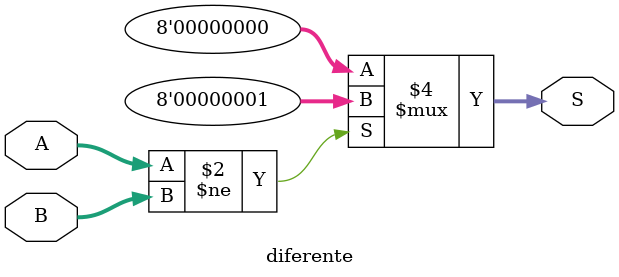
<source format=v>
module diferente(
    input [7:0] A, B,  
    output reg [7:0] S
);

    always @ (A or B) begin  
        if (A != B) begin
            S = 8'b00000001;
        end else begin
            S = 8'b00000000;
        end
    end

endmodule

</source>
